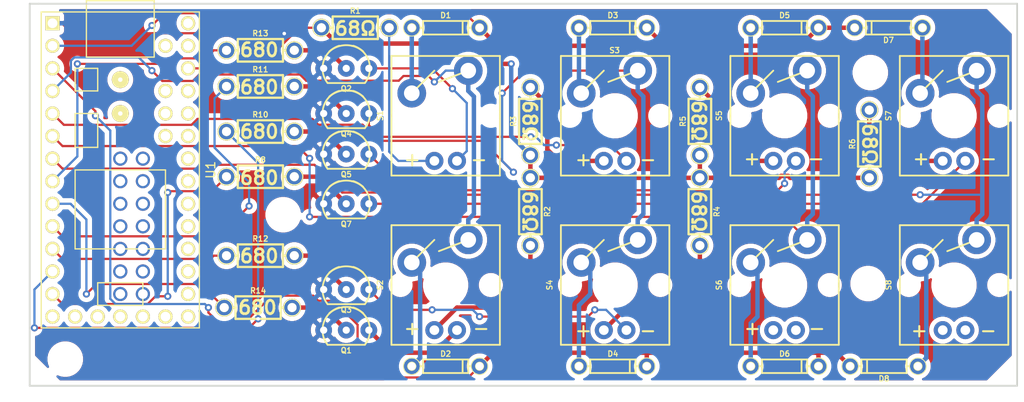
<source format=kicad_pcb>
(kicad_pcb (version 20171130) (host pcbnew "(5.0.2)-1")
  (layers (0 F.Cu signal) (31 B.Cu signal) (34 B.Paste user) (35 F.Paste user) (36 B.SilkS user) (37 F.SilkS user) (38 B.Mask user) (39 F.Mask user) (44 Edge.Cuts user))
  (net 0 "")
  (net 1 /0)
  (net 2 "Net-(D1-PadA)")
  (net 3 "Net-(D2-PadA)")
  (net 4 /1)
  (net 5 "Net-(D3-PadA)")
  (net 6 "Net-(D4-PadA)")
  (net 7 "Net-(D5-PadA)")
  (net 8 "Net-(D6-PadA)")
  (net 9 "Net-(D7-PadA)")
  (net 10 "Net-(D8-PadA)")
  (net 11 GND)
  (net 12 "Net-(Q1-Pad2)")
  (net 13 "Net-(Q1-Pad3)")
  (net 14 "Net-(Q2-Pad3)")
  (net 15 "Net-(Q2-Pad2)")
  (net 16 "Net-(Q3-Pad2)")
  (net 17 "Net-(Q3-Pad3)")
  (net 18 "Net-(Q4-Pad3)")
  (net 19 "Net-(Q4-Pad2)")
  (net 20 "Net-(Q5-Pad2)")
  (net 21 "Net-(Q5-Pad3)")
  (net 22 "Net-(Q7-Pad2)")
  (net 23 "Net-(Q7-Pad3)")
  (net 24 "Net-(R1-PadP$2)")
  (net 25 +3V3)
  (net 26 "Net-(R2-PadP$2)")
  (net 27 "Net-(R3-PadP$2)")
  (net 28 "Net-(R4-PadP$2)")
  (net 29 "Net-(R5-PadP$2)")
  (net 30 "Net-(R6-PadP$2)")
  (net 31 /11)
  (net 32 /10)
  (net 33 /8)
  (net 34 /9)
  (net 35 /6)
  (net 36 /7)
  (net 37 /2)
  (net 38 /3)
  (net 39 /4)
  (net 40 /5)
  (module MountingHole:MountingHole_3mm (layer F.Cu) (at 93.5 65.75)
    (fp_text reference REF** hide)
    (fp_text value MountingHole_3mm)
    (pad 1 np_thru_hole circle (at 0 0) (size 3 3) (drill 3) (layers *.Cu *.Mask))
  )
  (module MountingHole:MountingHole_3mm (layer F.Cu) (at 159.5 49.75)
    (fp_text reference REF** hide)
    (fp_text value MountingHole_3mm)
    (pad "" np_thru_hole circle (at 0 0) (size 3 3) (drill 3) (layers *.Cu *.Mask))
  )
  (module MountingHole:MountingHole_3mm (layer F.Cu) (at 159.25 73.5)
    (fp_text reference REF** hide)
    (fp_text value MountingHole_3mm)
    (pad 1 np_thru_hole circle (at 0 0) (size 3 3) (drill 3) (layers *.Cu *.Mask))
  )
  (module Silicon-Custom:DIODE-1N4148-KIT (layer F.Cu) (at 111.76 44.704)
    (fp_text reference D1 (at 0 -1.397) (layer F.SilkS) (effects (font (size 0.6096 0.6096) (thickness 0.127))))
    (fp_text value DIODE-1N4148 hide)
    (pad A thru_hole circle (at -3.81 0) (size 1.8796 1.8796) (drill 0.89916) (layers *.Cu *.Mask) (net 2 "Net-(D1-PadA)"))
    (pad C thru_hole circle (at 3.81 0) (size 1.8796 1.8796) (drill 0.89916) (layers *.Cu *.Mask) (net 1 /0))
  )
  (module Silicon-Custom:DIODE-1N4148-KIT (layer F.Cu) (at 111.76 82.804)
    (fp_text reference D2 (at 0 -1.397) (layer F.SilkS) (effects (font (size 0.6096 0.6096) (thickness 0.127))))
    (fp_text value DIODE-1N4148 hide)
    (pad C thru_hole circle (at 3.81 0) (size 1.8796 1.8796) (drill 0.89916) (layers *.Cu *.Mask) (net 4 /1))
    (pad A thru_hole circle (at -3.81 0) (size 1.8796 1.8796) (drill 0.89916) (layers *.Cu *.Mask) (net 3 "Net-(D2-PadA)"))
  )
  (module Silicon-Custom:DIODE-1N4148-KIT (layer F.Cu) (at 130.556 44.704)
    (fp_text reference D3 (at 0 -1.397) (layer F.SilkS) (effects (font (size 0.6096 0.6096) (thickness 0.127))))
    (fp_text value DIODE-1N4148 hide)
    (pad C thru_hole circle (at 3.81 0) (size 1.8796 1.8796) (drill 0.89916) (layers *.Cu *.Mask) (net 1 /0))
    (pad A thru_hole circle (at -3.81 0) (size 1.8796 1.8796) (drill 0.89916) (layers *.Cu *.Mask) (net 5 "Net-(D3-PadA)"))
  )
  (module Silicon-Custom:DIODE-1N4148-KIT (layer F.Cu) (at 130.556 82.804)
    (fp_text reference D4 (at 0 -1.397) (layer F.SilkS) (effects (font (size 0.6096 0.6096) (thickness 0.127))))
    (fp_text value DIODE-1N4148 hide)
    (pad A thru_hole circle (at -3.81 0) (size 1.8796 1.8796) (drill 0.89916) (layers *.Cu *.Mask) (net 6 "Net-(D4-PadA)"))
    (pad C thru_hole circle (at 3.81 0) (size 1.8796 1.8796) (drill 0.89916) (layers *.Cu *.Mask) (net 4 /1))
  )
  (module Silicon-Custom:DIODE-1N4148-KIT (layer F.Cu) (at 149.86 44.704)
    (fp_text reference D5 (at 0 -1.397) (layer F.SilkS) (effects (font (size 0.6096 0.6096) (thickness 0.127))))
    (fp_text value DIODE-1N4148 hide)
    (pad C thru_hole circle (at 3.81 0) (size 1.8796 1.8796) (drill 0.89916) (layers *.Cu *.Mask) (net 1 /0))
    (pad A thru_hole circle (at -3.81 0) (size 1.8796 1.8796) (drill 0.89916) (layers *.Cu *.Mask) (net 7 "Net-(D5-PadA)"))
  )
  (module Silicon-Custom:DIODE-1N4148-KIT (layer F.Cu) (at 149.86 82.804)
    (fp_text reference D6 (at 0 -1.397) (layer F.SilkS) (effects (font (size 0.6096 0.6096) (thickness 0.127))))
    (fp_text value DIODE-1N4148 hide)
    (pad A thru_hole circle (at -3.81 0) (size 1.8796 1.8796) (drill 0.89916) (layers *.Cu *.Mask) (net 8 "Net-(D6-PadA)"))
    (pad C thru_hole circle (at 3.81 0) (size 1.8796 1.8796) (drill 0.89916) (layers *.Cu *.Mask) (net 4 /1))
  )
  (module Silicon-Custom:DIODE-1N4148-KIT (layer F.Cu) (at 161.544 44.704 180)
    (fp_text reference D7 (at 0 -1.397 180) (layer F.SilkS) (effects (font (size 0.6096 0.6096) (thickness 0.127))))
    (fp_text value DIODE-1N4148 hide)
    (pad C thru_hole circle (at 3.81 0 180) (size 1.8796 1.8796) (drill 0.89916) (layers *.Cu *.Mask) (net 1 /0))
    (pad A thru_hole circle (at -3.81 0 180) (size 1.8796 1.8796) (drill 0.89916) (layers *.Cu *.Mask) (net 9 "Net-(D7-PadA)"))
  )
  (module Silicon-Custom:DIODE-1N4148-KIT (layer F.Cu) (at 161.036 82.804 180)
    (fp_text reference D8 (at 0 -1.397 180) (layer F.SilkS) (effects (font (size 0.6096 0.6096) (thickness 0.127))))
    (fp_text value DIODE-1N4148 hide)
    (pad A thru_hole circle (at -3.81 0 180) (size 1.8796 1.8796) (drill 0.89916) (layers *.Cu *.Mask) (net 10 "Net-(D8-PadA)"))
    (pad C thru_hole circle (at 3.81 0 180) (size 1.8796 1.8796) (drill 0.89916) (layers *.Cu *.Mask) (net 4 /1))
  )
  (module Silicon-Standard:TO-92-AMMO (layer F.Cu) (at 100.584 78.74)
    (fp_text reference Q1 (at 0 2.286 180) (layer F.SilkS) (effects (font (size 0.6096 0.6096) (thickness 0.127))))
    (fp_text value TRANS_NPN-2N3904 hide)
    (pad 3 thru_hole circle (at 2.54 0) (size 1.8796 1.8796) (drill 0.8128) (layers *.Cu *.Mask) (net 13 "Net-(Q1-Pad3)"))
    (pad 2 thru_hole circle (at 0 0) (size 1.8796 1.8796) (drill 0.8128) (layers *.Cu *.Mask) (net 12 "Net-(Q1-Pad2)"))
    (pad 1 thru_hole circle (at -2.54 0) (size 1.8796 1.8796) (drill 0.8128) (layers *.Cu *.Mask) (net 11 GND))
  )
  (module Silicon-Standard:TO-92-AMMO (layer F.Cu) (at 100.584 49.276)
    (fp_text reference Q2 (at 0 2.286 180) (layer F.SilkS) (effects (font (size 0.6096 0.6096) (thickness 0.127))))
    (fp_text value TRANS_NPN-2N3904 hide)
    (pad 1 thru_hole circle (at -2.54 0) (size 1.8796 1.8796) (drill 0.8128) (layers *.Cu *.Mask) (net 11 GND))
    (pad 2 thru_hole circle (at 0 0) (size 1.8796 1.8796) (drill 0.8128) (layers *.Cu *.Mask) (net 15 "Net-(Q2-Pad2)"))
    (pad 3 thru_hole circle (at 2.54 0) (size 1.8796 1.8796) (drill 0.8128) (layers *.Cu *.Mask) (net 14 "Net-(Q2-Pad3)"))
  )
  (module Silicon-Standard:TO-92-AMMO (layer F.Cu) (at 100.584 74.168)
    (fp_text reference Q3 (at 0 2.286 180) (layer F.SilkS) (effects (font (size 0.6096 0.6096) (thickness 0.127))))
    (fp_text value TRANS_NPN-2N3904 hide)
    (pad 3 thru_hole circle (at 2.54 0) (size 1.8796 1.8796) (drill 0.8128) (layers *.Cu *.Mask) (net 17 "Net-(Q3-Pad3)"))
    (pad 2 thru_hole circle (at 0 0) (size 1.8796 1.8796) (drill 0.8128) (layers *.Cu *.Mask) (net 16 "Net-(Q3-Pad2)"))
    (pad 1 thru_hole circle (at -2.54 0) (size 1.8796 1.8796) (drill 0.8128) (layers *.Cu *.Mask) (net 11 GND))
  )
  (module Silicon-Standard:TO-92-AMMO (layer F.Cu) (at 100.584 54.356)
    (fp_text reference Q4 (at 0 2.286 180) (layer F.SilkS) (effects (font (size 0.6096 0.6096) (thickness 0.127))))
    (fp_text value TRANS_NPN-2N3904 hide)
    (pad 1 thru_hole circle (at -2.54 0) (size 1.8796 1.8796) (drill 0.8128) (layers *.Cu *.Mask) (net 11 GND))
    (pad 2 thru_hole circle (at 0 0) (size 1.8796 1.8796) (drill 0.8128) (layers *.Cu *.Mask) (net 19 "Net-(Q4-Pad2)"))
    (pad 3 thru_hole circle (at 2.54 0) (size 1.8796 1.8796) (drill 0.8128) (layers *.Cu *.Mask) (net 18 "Net-(Q4-Pad3)"))
  )
  (module Silicon-Standard:TO-92-AMMO (layer F.Cu) (at 100.584 58.928)
    (fp_text reference Q5 (at 0 2.286 180) (layer F.SilkS) (effects (font (size 0.6096 0.6096) (thickness 0.127))))
    (fp_text value TRANS_NPN-2N3904 hide)
    (pad 3 thru_hole circle (at 2.54 0) (size 1.8796 1.8796) (drill 0.8128) (layers *.Cu *.Mask) (net 21 "Net-(Q5-Pad3)"))
    (pad 2 thru_hole circle (at 0 0) (size 1.8796 1.8796) (drill 0.8128) (layers *.Cu *.Mask) (net 20 "Net-(Q5-Pad2)"))
    (pad 1 thru_hole circle (at -2.54 0) (size 1.8796 1.8796) (drill 0.8128) (layers *.Cu *.Mask) (net 11 GND))
  )
  (module Silicon-Standard:TO-92-AMMO (layer F.Cu) (at 100.584 64.516)
    (fp_text reference Q7 (at 0 2.286 180) (layer F.SilkS) (effects (font (size 0.6096 0.6096) (thickness 0.127))))
    (fp_text value TRANS_NPN-2N3904 hide)
    (pad 1 thru_hole circle (at -2.54 0) (size 1.8796 1.8796) (drill 0.8128) (layers *.Cu *.Mask) (net 11 GND))
    (pad 2 thru_hole circle (at 0 0) (size 1.8796 1.8796) (drill 0.8128) (layers *.Cu *.Mask) (net 22 "Net-(Q7-Pad2)"))
    (pad 3 thru_hole circle (at 2.54 0) (size 1.8796 1.8796) (drill 0.8128) (layers *.Cu *.Mask) (net 23 "Net-(Q7-Pad3)"))
  )
  (module Resistors:AXIAL-0.3-KIT (layer F.Cu) (at 101.6 44.704)
    (fp_text reference R1 (at 0 -1.905) (layer F.SilkS) (effects (font (size 0.6096 0.6096) (thickness 0.127))))
    (fp_text value RESISTORAXIAL-0.3 hide)
    (pad P$2 thru_hole circle (at 3.81 0) (size 2.032 2.032) (drill 1.016) (layers *.Cu *.Mask) (net 24 "Net-(R1-PadP$2)"))
    (pad P$1 thru_hole circle (at -3.81 0) (size 2.032 2.032) (drill 1.016) (layers *.Cu *.Mask) (net 25 +3V3))
  )
  (module Resistors:AXIAL-0.3-KIT (layer F.Cu) (at 121.285 65.405 270)
    (fp_text reference R2 (at 0 -1.905 270) (layer F.SilkS) (effects (font (size 0.6096 0.6096) (thickness 0.127))))
    (fp_text value RESISTORAXIAL-0.3 hide)
    (pad P$1 thru_hole circle (at -3.81 0 270) (size 2.032 2.032) (drill 1.016) (layers *.Cu *.Mask) (net 25 +3V3))
    (pad P$2 thru_hole circle (at 3.81 0 270) (size 2.032 2.032) (drill 1.016) (layers *.Cu *.Mask) (net 26 "Net-(R2-PadP$2)"))
  )
  (module Resistors:AXIAL-0.3-KIT (layer F.Cu) (at 121.285 55.245 90)
    (fp_text reference R3 (at 0 -1.905 90) (layer F.SilkS) (effects (font (size 0.6096 0.6096) (thickness 0.127))))
    (fp_text value RESISTORAXIAL-0.3 hide)
    (pad P$2 thru_hole circle (at 3.81 0 90) (size 2.032 2.032) (drill 1.016) (layers *.Cu *.Mask) (net 27 "Net-(R3-PadP$2)"))
    (pad P$1 thru_hole circle (at -3.81 0 90) (size 2.032 2.032) (drill 1.016) (layers *.Cu *.Mask) (net 25 +3V3))
  )
  (module Resistors:AXIAL-0.3-KIT (layer F.Cu) (at 140.335 65.405 270)
    (fp_text reference R4 (at 0 -1.905 270) (layer F.SilkS) (effects (font (size 0.6096 0.6096) (thickness 0.127))))
    (fp_text value RESISTORAXIAL-0.3 hide)
    (pad P$1 thru_hole circle (at -3.81 0 270) (size 2.032 2.032) (drill 1.016) (layers *.Cu *.Mask) (net 25 +3V3))
    (pad P$2 thru_hole circle (at 3.81 0 270) (size 2.032 2.032) (drill 1.016) (layers *.Cu *.Mask) (net 28 "Net-(R4-PadP$2)"))
  )
  (module Resistors:AXIAL-0.3-KIT (layer F.Cu) (at 140.335 55.245 90)
    (fp_text reference R5 (at 0 -1.905 90) (layer F.SilkS) (effects (font (size 0.6096 0.6096) (thickness 0.127))))
    (fp_text value RESISTORAXIAL-0.3 hide)
    (pad P$2 thru_hole circle (at 3.81 0 90) (size 2.032 2.032) (drill 1.016) (layers *.Cu *.Mask) (net 29 "Net-(R5-PadP$2)"))
    (pad P$1 thru_hole circle (at -3.81 0 90) (size 2.032 2.032) (drill 1.016) (layers *.Cu *.Mask) (net 25 +3V3))
  )
  (module Resistors:AXIAL-0.3-KIT (layer F.Cu) (at 159.385 57.785 90)
    (fp_text reference R6 (at 0 -1.905 90) (layer F.SilkS) (effects (font (size 0.6096 0.6096) (thickness 0.127))))
    (fp_text value RESISTORAXIAL-0.3 hide)
    (pad P$1 thru_hole circle (at -3.81 0 90) (size 2.032 2.032) (drill 1.016) (layers *.Cu *.Mask) (net 25 +3V3))
    (pad P$2 thru_hole circle (at 3.81 0 90) (size 2.032 2.032) (drill 1.016) (layers *.Cu *.Mask) (net 30 "Net-(R6-PadP$2)"))
  )
  (module Resistors:AXIAL-0.3-KIT (layer F.Cu) (at 90.932 61.468)
    (fp_text reference R8 (at 0 -1.905) (layer F.SilkS) (effects (font (size 0.6096 0.6096) (thickness 0.127))))
    (fp_text value RESISTORAXIAL-0.3 hide)
    (pad P$1 thru_hole circle (at -3.81 0) (size 2.032 2.032) (drill 1.016) (layers *.Cu *.Mask) (net 31 /11))
    (pad P$2 thru_hole circle (at 3.81 0) (size 2.032 2.032) (drill 1.016) (layers *.Cu *.Mask) (net 22 "Net-(Q7-Pad2)"))
  )
  (module Resistors:AXIAL-0.3-KIT (layer F.Cu) (at 90.932 56.388)
    (fp_text reference R10 (at 0 -1.905) (layer F.SilkS) (effects (font (size 0.6096 0.6096) (thickness 0.127))))
    (fp_text value RESISTORAXIAL-0.3 hide)
    (pad P$2 thru_hole circle (at 3.81 0) (size 2.032 2.032) (drill 1.016) (layers *.Cu *.Mask) (net 20 "Net-(Q5-Pad2)"))
    (pad P$1 thru_hole circle (at -3.81 0) (size 2.032 2.032) (drill 1.016) (layers *.Cu *.Mask) (net 32 /10))
  )
  (module Resistors:AXIAL-0.3-KIT (layer F.Cu) (at 90.932 51.308)
    (fp_text reference R11 (at 0 -1.905) (layer F.SilkS) (effects (font (size 0.6096 0.6096) (thickness 0.127))))
    (fp_text value RESISTORAXIAL-0.3 hide)
    (pad P$1 thru_hole circle (at -3.81 0) (size 2.032 2.032) (drill 1.016) (layers *.Cu *.Mask) (net 33 /8))
    (pad P$2 thru_hole circle (at 3.81 0) (size 2.032 2.032) (drill 1.016) (layers *.Cu *.Mask) (net 19 "Net-(Q4-Pad2)"))
  )
  (module Resistors:AXIAL-0.3-KIT (layer F.Cu) (at 90.932 70.358)
    (fp_text reference R12 (at 0 -1.905) (layer F.SilkS) (effects (font (size 0.6096 0.6096) (thickness 0.127))))
    (fp_text value RESISTORAXIAL-0.3 hide)
    (pad P$2 thru_hole circle (at 3.81 0) (size 2.032 2.032) (drill 1.016) (layers *.Cu *.Mask) (net 16 "Net-(Q3-Pad2)"))
    (pad P$1 thru_hole circle (at -3.81 0) (size 2.032 2.032) (drill 1.016) (layers *.Cu *.Mask) (net 34 /9))
  )
  (module Resistors:AXIAL-0.3-KIT (layer F.Cu) (at 90.932 47.244)
    (fp_text reference R13 (at 0 -1.905) (layer F.SilkS) (effects (font (size 0.6096 0.6096) (thickness 0.127))))
    (fp_text value RESISTORAXIAL-0.3 hide)
    (pad P$1 thru_hole circle (at -3.81 0) (size 2.032 2.032) (drill 1.016) (layers *.Cu *.Mask) (net 35 /6))
    (pad P$2 thru_hole circle (at 3.81 0) (size 2.032 2.032) (drill 1.016) (layers *.Cu *.Mask) (net 15 "Net-(Q2-Pad2)"))
  )
  (module Resistors:AXIAL-0.3-KIT (layer F.Cu) (at 90.678 76.2)
    (fp_text reference R14 (at 0 -1.905) (layer F.SilkS) (effects (font (size 0.6096 0.6096) (thickness 0.127))))
    (fp_text value RESISTORAXIAL-0.3 hide)
    (pad P$2 thru_hole circle (at 3.81 0) (size 2.032 2.032) (drill 1.016) (layers *.Cu *.Mask) (net 12 "Net-(Q1-Pad2)"))
    (pad P$1 thru_hole circle (at -3.81 0) (size 2.032 2.032) (drill 1.016) (layers *.Cu *.Mask) (net 36 /7))
  )
  (module Switches:CHERRY-MX-LED (layer F.Cu) (at 111.76 54.61)
    (fp_text reference S1 (at -7.366 0 90) (layer F.SilkS) (effects (font (size 0.6096 0.6096) (thickness 0.127))))
    (fp_text value MOMENTARY-SWITCH-SPST-LED-PTH-CHERRY hide)
    (fp_text user + (at -3.76 4.89) (layer F.SilkS) (effects (font (size 1.524 1.524) (thickness 0.2286))))
    (fp_text user - (at 3.74 4.89) (layer F.SilkS) (effects (font (size 1.524 1.524) (thickness 0.2286))))
    (pad A thru_hole circle (at -1.27 5.08) (size 2.032 2.032) (drill 1.08966) (layers *.Cu *.Mask) (net 24 "Net-(R1-PadP$2)"))
    (pad K thru_hole circle (at 1.27 5.08) (size 2.032 2.032) (drill 1.08966) (layers *.Cu *.Mask) (net 14 "Net-(Q2-Pad3)"))
    (pad S1 thru_hole circle (at -3.81 -2.54) (size 3.2258 3.2258) (drill 1.7526) (layers *.Cu *.Mask) (net 2 "Net-(D1-PadA)"))
    (pad S2 thru_hole circle (at 2.54 -5.08) (size 3.2258 3.2258) (drill 1.7526) (layers *.Cu *.Mask) (net 37 /2))
    (pad "" np_thru_hole circle (at 0 0) (size 4.0894 4.0894) (drill 4.0894) (layers *.Cu *.Mask))
    (pad "" np_thru_hole circle (at -5.08 0) (size 1.70688 1.70688) (drill 1.70688) (layers *.Cu *.Mask))
    (pad "" np_thru_hole circle (at 5.08 0) (size 1.70688 1.70688) (drill 1.70688) (layers *.Cu *.Mask))
  )
  (module Switches:CHERRY-MX-LED (layer F.Cu) (at 111.76 73.66)
    (fp_text reference S2 (at -7.366 0 90) (layer F.SilkS) (effects (font (size 0.6096 0.6096) (thickness 0.127))))
    (fp_text value MOMENTARY-SWITCH-SPST-LED-PTH-CHERRY hide)
    (fp_text user + (at -3.76 4.84) (layer F.SilkS) (effects (font (size 1.524 1.524) (thickness 0.2286))))
    (fp_text user - (at 3.99 4.84) (layer F.SilkS) (effects (font (size 1.524 1.524) (thickness 0.2286))))
    (pad A thru_hole circle (at -1.27 5.08) (size 2.032 2.032) (drill 1.08966) (layers *.Cu *.Mask) (net 26 "Net-(R2-PadP$2)"))
    (pad K thru_hole circle (at 1.27 5.08) (size 2.032 2.032) (drill 1.08966) (layers *.Cu *.Mask) (net 13 "Net-(Q1-Pad3)"))
    (pad S1 thru_hole circle (at -3.81 -2.54) (size 3.2258 3.2258) (drill 1.7526) (layers *.Cu *.Mask) (net 3 "Net-(D2-PadA)"))
    (pad S2 thru_hole circle (at 2.54 -5.08) (size 3.2258 3.2258) (drill 1.7526) (layers *.Cu *.Mask) (net 37 /2))
    (pad "" np_thru_hole circle (at 0 0) (size 4.0894 4.0894) (drill 4.0894) (layers *.Cu *.Mask))
    (pad "" np_thru_hole circle (at -5.08 0) (size 1.70688 1.70688) (drill 1.70688) (layers *.Cu *.Mask))
    (pad "" np_thru_hole circle (at 5.08 0) (size 1.70688 1.70688) (drill 1.70688) (layers *.Cu *.Mask))
  )
  (module Switches:CHERRY-MX-LED (layer F.Cu) (at 130.81 54.61)
    (fp_text reference S3 (at -0.06 -7.36) (layer F.SilkS) (effects (font (size 0.6096 0.6096) (thickness 0.127))))
    (fp_text value MOMENTARY-SWITCH-SPST-LED-PTH-CHERRY hide)
    (fp_text user - (at 3.69 4.89) (layer F.SilkS) (effects (font (size 1.524 1.524) (thickness 0.2286))))
    (fp_text user + (at -3.56 4.89) (layer F.SilkS) (effects (font (size 1.524 1.524) (thickness 0.2286))))
    (pad "" np_thru_hole circle (at 5.08 0) (size 1.70688 1.70688) (drill 1.70688) (layers *.Cu *.Mask))
    (pad "" np_thru_hole circle (at -5.08 0) (size 1.70688 1.70688) (drill 1.70688) (layers *.Cu *.Mask))
    (pad "" np_thru_hole circle (at 0 0) (size 4.0894 4.0894) (drill 4.0894) (layers *.Cu *.Mask))
    (pad S2 thru_hole circle (at 2.54 -5.08) (size 3.2258 3.2258) (drill 1.7526) (layers *.Cu *.Mask) (net 38 /3))
    (pad S1 thru_hole circle (at -3.81 -2.54) (size 3.2258 3.2258) (drill 1.7526) (layers *.Cu *.Mask) (net 5 "Net-(D3-PadA)"))
    (pad K thru_hole circle (at 1.27 5.08) (size 2.032 2.032) (drill 1.08966) (layers *.Cu *.Mask) (net 18 "Net-(Q4-Pad3)"))
    (pad A thru_hole circle (at -1.27 5.08) (size 2.032 2.032) (drill 1.08966) (layers *.Cu *.Mask) (net 27 "Net-(R3-PadP$2)"))
  )
  (module Switches:CHERRY-MX-LED (layer F.Cu) (at 130.81 73.66)
    (fp_text reference S4 (at -7.366 0 90) (layer F.SilkS) (effects (font (size 0.6096 0.6096) (thickness 0.127))))
    (fp_text value MOMENTARY-SWITCH-SPST-LED-PTH-CHERRY hide)
    (fp_text user - (at 3.69 5.09) (layer F.SilkS) (effects (font (size 1.524 1.524) (thickness 0.2286))))
    (fp_text user + (at -3.56 5.09) (layer F.SilkS) (effects (font (size 1.524 1.524) (thickness 0.2286))))
    (pad "" np_thru_hole circle (at 5.08 0) (size 1.70688 1.70688) (drill 1.70688) (layers *.Cu *.Mask))
    (pad "" np_thru_hole circle (at -5.08 0) (size 1.70688 1.70688) (drill 1.70688) (layers *.Cu *.Mask))
    (pad "" np_thru_hole circle (at 0 0) (size 4.0894 4.0894) (drill 4.0894) (layers *.Cu *.Mask))
    (pad S2 thru_hole circle (at 2.54 -5.08) (size 3.2258 3.2258) (drill 1.7526) (layers *.Cu *.Mask) (net 38 /3))
    (pad S1 thru_hole circle (at -3.81 -2.54) (size 3.2258 3.2258) (drill 1.7526) (layers *.Cu *.Mask) (net 6 "Net-(D4-PadA)"))
    (pad K thru_hole circle (at 1.27 5.08) (size 2.032 2.032) (drill 1.08966) (layers *.Cu *.Mask) (net 17 "Net-(Q3-Pad3)"))
    (pad A thru_hole circle (at -1.27 5.08) (size 2.032 2.032) (drill 1.08966) (layers *.Cu *.Mask) (net 28 "Net-(R4-PadP$2)"))
  )
  (module Switches:CHERRY-MX-LED (layer F.Cu) (at 149.86 54.61)
    (fp_text reference S5 (at -7.366 0 90) (layer F.SilkS) (effects (font (size 0.6096 0.6096) (thickness 0.127))))
    (fp_text value MOMENTARY-SWITCH-SPST-LED-PTH-CHERRY hide)
    (fp_text user + (at -3.66 4.79) (layer F.SilkS) (effects (font (size 1.524 1.524) (thickness 0.2286))))
    (fp_text user - (at 3.54 4.79) (layer F.SilkS) (effects (font (size 1.524 1.524) (thickness 0.2286))))
    (pad A thru_hole circle (at -1.27 5.08) (size 2.032 2.032) (drill 1.08966) (layers *.Cu *.Mask) (net 29 "Net-(R5-PadP$2)"))
    (pad K thru_hole circle (at 1.27 5.08) (size 2.032 2.032) (drill 1.08966) (layers *.Cu *.Mask) (net 21 "Net-(Q5-Pad3)"))
    (pad S1 thru_hole circle (at -3.81 -2.54) (size 3.2258 3.2258) (drill 1.7526) (layers *.Cu *.Mask) (net 7 "Net-(D5-PadA)"))
    (pad S2 thru_hole circle (at 2.54 -5.08) (size 3.2258 3.2258) (drill 1.7526) (layers *.Cu *.Mask) (net 39 /4))
    (pad "" np_thru_hole circle (at 0 0) (size 4.0894 4.0894) (drill 4.0894) (layers *.Cu *.Mask))
    (pad "" np_thru_hole circle (at -5.08 0) (size 1.70688 1.70688) (drill 1.70688) (layers *.Cu *.Mask))
    (pad "" np_thru_hole circle (at 5.08 0) (size 1.70688 1.70688) (drill 1.70688) (layers *.Cu *.Mask))
  )
  (module Switches:CHERRY-MX-LED (layer F.Cu) (at 149.86 73.66)
    (fp_text reference S6 (at -7.366 0 90) (layer F.SilkS) (effects (font (size 0.6096 0.6096) (thickness 0.127))))
    (fp_text value MOMENTARY-SWITCH-SPST-LED-PTH-CHERRY hide)
    (fp_text user + (at -3.61 4.84) (layer F.SilkS) (effects (font (size 1.524 1.524) (thickness 0.2286))))
    (fp_text user - (at 3.64 4.84) (layer F.SilkS) (effects (font (size 1.524 1.524) (thickness 0.2286))))
    (pad A thru_hole circle (at -1.27 5.08) (size 2.032 2.032) (drill 1.08966) (layers *.Cu *.Mask))
    (pad K thru_hole circle (at 1.27 5.08) (size 2.032 2.032) (drill 1.08966) (layers *.Cu *.Mask))
    (pad S1 thru_hole circle (at -3.81 -2.54) (size 3.2258 3.2258) (drill 1.7526) (layers *.Cu *.Mask) (net 8 "Net-(D6-PadA)"))
    (pad S2 thru_hole circle (at 2.54 -5.08) (size 3.2258 3.2258) (drill 1.7526) (layers *.Cu *.Mask) (net 39 /4))
    (pad "" np_thru_hole circle (at 0 0) (size 4.0894 4.0894) (drill 4.0894) (layers *.Cu *.Mask))
    (pad "" np_thru_hole circle (at -5.08 0) (size 1.70688 1.70688) (drill 1.70688) (layers *.Cu *.Mask))
    (pad "" np_thru_hole circle (at 5.08 0) (size 1.70688 1.70688) (drill 1.70688) (layers *.Cu *.Mask))
  )
  (module Switches:CHERRY-MX-LED (layer F.Cu) (at 168.91 54.61)
    (fp_text reference S7 (at -7.366 0 90) (layer F.SilkS) (effects (font (size 0.6096 0.6096) (thickness 0.127))))
    (fp_text value MOMENTARY-SWITCH-SPST-LED-PTH-CHERRY hide)
    (fp_text user - (at 3.89 4.79) (layer F.SilkS) (effects (font (size 1.524 1.524) (thickness 0.2286))))
    (fp_text user + (at -3.71 4.79) (layer F.SilkS) (effects (font (size 1.524 1.524) (thickness 0.2286))))
    (pad "" np_thru_hole circle (at 5.08 0) (size 1.70688 1.70688) (drill 1.70688) (layers *.Cu *.Mask))
    (pad "" np_thru_hole circle (at -5.08 0) (size 1.70688 1.70688) (drill 1.70688) (layers *.Cu *.Mask))
    (pad "" np_thru_hole circle (at 0 0) (size 4.0894 4.0894) (drill 4.0894) (layers *.Cu *.Mask))
    (pad S2 thru_hole circle (at 2.54 -5.08) (size 3.2258 3.2258) (drill 1.7526) (layers *.Cu *.Mask) (net 40 /5))
    (pad S1 thru_hole circle (at -3.81 -2.54) (size 3.2258 3.2258) (drill 1.7526) (layers *.Cu *.Mask) (net 9 "Net-(D7-PadA)"))
    (pad K thru_hole circle (at 1.27 5.08) (size 2.032 2.032) (drill 1.08966) (layers *.Cu *.Mask) (net 23 "Net-(Q7-Pad3)"))
    (pad A thru_hole circle (at -1.27 5.08) (size 2.032 2.032) (drill 1.08966) (layers *.Cu *.Mask) (net 30 "Net-(R6-PadP$2)"))
  )
  (module Switches:CHERRY-MX-LED (layer F.Cu) (at 168.91 73.66)
    (fp_text reference S8 (at -7.366 0 90) (layer F.SilkS) (effects (font (size 0.6096 0.6096) (thickness 0.127))))
    (fp_text value MOMENTARY-SWITCH-SPST-LED-PTH-CHERRY hide)
    (fp_text user - (at 3.84 5.09) (layer F.SilkS) (effects (font (size 1.524 1.524) (thickness 0.2286))))
    (fp_text user + (at -3.91 5.09) (layer F.SilkS) (effects (font (size 1.524 1.524) (thickness 0.2286))))
    (pad "" np_thru_hole circle (at 5.08 0) (size 1.70688 1.70688) (drill 1.70688) (layers *.Cu *.Mask))
    (pad "" np_thru_hole circle (at -5.08 0) (size 1.70688 1.70688) (drill 1.70688) (layers *.Cu *.Mask))
    (pad "" np_thru_hole circle (at 0 0) (size 4.0894 4.0894) (drill 4.0894) (layers *.Cu *.Mask))
    (pad S2 thru_hole circle (at 2.54 -5.08) (size 3.2258 3.2258) (drill 1.7526) (layers *.Cu *.Mask) (net 40 /5))
    (pad S1 thru_hole circle (at -3.81 -2.54) (size 3.2258 3.2258) (drill 1.7526) (layers *.Cu *.Mask) (net 10 "Net-(D8-PadA)"))
    (pad K thru_hole circle (at 1.27 5.08) (size 2.032 2.032) (drill 1.08966) (layers *.Cu *.Mask))
    (pad A thru_hole circle (at -1.27 5.08) (size 2.032 2.032) (drill 1.08966) (layers *.Cu *.Mask))
  )
  (module Teensy:Teensy30_31_32_LC (layer F.Cu) (at 75.184 60.706 270)
    (fp_text reference U1 (at 0 -10.16 270) (layer F.SilkS))
    (fp_text value Teensy-LC)
    (pad 17 thru_hole circle (at 16.51 0 270) (size 1.6 1.6) (drill 1.1) (layers *.Cu *.Mask F.SilkS))
    (pad 18 thru_hole circle (at 16.51 -2.54 270) (size 1.6 1.6) (drill 1.1) (layers *.Cu *.Mask F.SilkS))
    (pad 19 thru_hole circle (at 16.51 -5.08 270) (size 1.6 1.6) (drill 1.1) (layers *.Cu *.Mask F.SilkS))
    (pad 20 thru_hole circle (at 16.51 -7.62 270) (size 1.6 1.6) (drill 1.1) (layers *.Cu *.Mask F.SilkS))
    (pad 16 thru_hole circle (at 16.51 2.54 270) (size 1.6 1.6) (drill 1.1) (layers *.Cu *.Mask F.SilkS))
    (pad 15 thru_hole circle (at 16.51 5.08 270) (size 1.6 1.6) (drill 1.1) (layers *.Cu *.Mask F.SilkS))
    (pad 14 thru_hole circle (at 16.51 7.62 270) (size 1.6 1.6) (drill 1.1) (layers *.Cu *.Mask F.SilkS))
    (pad 21 thru_hole circle (at 13.97 -7.62 270) (size 1.6 1.6) (drill 1.1) (layers *.Cu *.Mask F.SilkS))
    (pad 22 thru_hole circle (at 11.43 -7.62 270) (size 1.6 1.6) (drill 1.1) (layers *.Cu *.Mask F.SilkS))
    (pad 23 thru_hole circle (at 8.89 -7.62 270) (size 1.6 1.6) (drill 1.1) (layers *.Cu *.Mask F.SilkS))
    (pad 24 thru_hole circle (at 6.35 -7.62 270) (size 1.6 1.6) (drill 1.1) (layers *.Cu *.Mask F.SilkS))
    (pad 25 thru_hole circle (at 3.81 -7.62 270) (size 1.6 1.6) (drill 1.1) (layers *.Cu *.Mask F.SilkS))
    (pad 26 thru_hole circle (at 1.27 -7.62 270) (size 1.6 1.6) (drill 1.1) (layers *.Cu *.Mask F.SilkS))
    (pad 27 thru_hole circle (at -1.27 -7.62 270) (size 1.6 1.6) (drill 1.1) (layers *.Cu *.Mask F.SilkS))
    (pad 28 thru_hole circle (at -3.81 -7.62 270) (size 1.6 1.6) (drill 1.1) (layers *.Cu *.Mask F.SilkS))
    (pad 29 thru_hole circle (at -6.35 -7.62 270) (size 1.6 1.6) (drill 1.1) (layers *.Cu *.Mask F.SilkS))
    (pad 30 thru_hole circle (at -8.89 -7.62 270) (size 1.6 1.6) (drill 1.1) (layers *.Cu *.Mask F.SilkS))
    (pad 31 thru_hole circle (at -11.43 -7.62 270) (size 1.6 1.6) (drill 1.1) (layers *.Cu *.Mask F.SilkS) (net 25 +3V3))
    (pad 32 thru_hole circle (at -13.97 -7.62 270) (size 1.6 1.6) (drill 1.1) (layers *.Cu *.Mask F.SilkS))
    (pad 33 thru_hole circle (at -16.51 -7.62 270) (size 1.6 1.6) (drill 1.1) (layers *.Cu *.Mask F.SilkS))
    (pad 34 thru_hole circle (at -13.97 -5.08 270) (size 1.6 1.6) (drill 1.1) (layers *.Cu *.Mask F.SilkS))
    (pad 35 thru_hole circle (at -8.89 -5.08 270) (size 1.6 1.6) (drill 1.1) (layers *.Cu *.Mask F.SilkS))
    (pad 36 thru_hole circle (at -6.35 -5.08 270) (size 1.6 1.6) (drill 1.1) (layers *.Cu *.Mask F.SilkS))
    (pad 37 thru_hole circle (at -3.81 -5.08 270) (size 1.6 1.6) (drill 1.1) (layers *.Cu *.Mask F.SilkS))
    (pad 13 thru_hole circle (at 13.97 7.62 270) (size 1.6 1.6) (drill 1.1) (layers *.Cu *.Mask F.SilkS) (net 31 /11))
    (pad 12 thru_hole circle (at 11.43 7.62 270) (size 1.6 1.6) (drill 1.1) (layers *.Cu *.Mask F.SilkS) (net 32 /10))
    (pad 11 thru_hole circle (at 8.89 7.62 270) (size 1.6 1.6) (drill 1.1) (layers *.Cu *.Mask F.SilkS) (net 34 /9))
    (pad 10 thru_hole circle (at 6.35 7.62 270) (size 1.6 1.6) (drill 1.1) (layers *.Cu *.Mask F.SilkS) (net 33 /8))
    (pad 9 thru_hole circle (at 3.81 7.62 270) (size 1.6 1.6) (drill 1.1) (layers *.Cu *.Mask F.SilkS) (net 36 /7))
    (pad 8 thru_hole circle (at 1.27 7.62 270) (size 1.6 1.6) (drill 1.1) (layers *.Cu *.Mask F.SilkS) (net 35 /6))
    (pad 7 thru_hole circle (at -1.27 7.62 270) (size 1.6 1.6) (drill 1.1) (layers *.Cu *.Mask F.SilkS) (net 40 /5))
    (pad 6 thru_hole circle (at -3.81 7.62 270) (size 1.6 1.6) (drill 1.1) (layers *.Cu *.Mask F.SilkS) (net 39 /4))
    (pad 5 thru_hole circle (at -6.35 7.62 270) (size 1.6 1.6) (drill 1.1) (layers *.Cu *.Mask F.SilkS) (net 38 /3))
    (pad 4 thru_hole circle (at -8.89 7.62 270) (size 1.6 1.6) (drill 1.1) (layers *.Cu *.Mask F.SilkS) (net 37 /2))
    (pad 3 thru_hole circle (at -11.43 7.62 270) (size 1.6 1.6) (drill 1.1) (layers *.Cu *.Mask F.SilkS) (net 4 /1))
    (pad 2 thru_hole circle (at -13.97 7.62 270) (size 1.6 1.6) (drill 1.1) (layers *.Cu *.Mask F.SilkS) (net 1 /0))
    (pad 1 thru_hole rect (at -16.51 7.62 270) (size 1.6 1.6) (drill 1.1) (layers *.Cu *.Mask F.SilkS) (net 11 GND))
    (pad 38 thru_hole circle (at -1.27 0 270) (size 1.6 1.6) (drill 1.1) (layers *.Cu *.Mask))
    (pad 39 thru_hole circle (at 1.27 0 270) (size 1.6 1.6) (drill 1.1) (layers *.Cu *.Mask))
    (pad 40 thru_hole circle (at 3.81 0 270) (size 1.6 1.6) (drill 1.1) (layers *.Cu *.Mask))
    (pad 41 thru_hole circle (at 6.35 0 270) (size 1.6 1.6) (drill 1.1) (layers *.Cu *.Mask))
    (pad 42 thru_hole circle (at 8.89 0 270) (size 1.6 1.6) (drill 1.1) (layers *.Cu *.Mask))
    (pad 43 thru_hole circle (at 11.43 0 270) (size 1.6 1.6) (drill 1.1) (layers *.Cu *.Mask))
    (pad 44 thru_hole circle (at 13.97 0 270) (size 1.6 1.6) (drill 1.1) (layers *.Cu *.Mask))
    (pad 45 thru_hole circle (at 13.97 -2.54 270) (size 1.6 1.6) (drill 1.1) (layers *.Cu *.Mask))
    (pad 46 thru_hole circle (at 11.43 -2.54 270) (size 1.6 1.6) (drill 1.1) (layers *.Cu *.Mask))
    (pad 47 thru_hole circle (at 8.89 -2.54 270) (size 1.6 1.6) (drill 1.1) (layers *.Cu *.Mask))
    (pad 48 thru_hole circle (at 6.35 -2.54 270) (size 1.6 1.6) (drill 1.1) (layers *.Cu *.Mask))
    (pad 49 thru_hole circle (at 3.81 -2.54 270) (size 1.6 1.6) (drill 1.1) (layers *.Cu *.Mask))
    (pad 50 thru_hole circle (at 1.27 -2.54 270) (size 1.6 1.6) (drill 1.1) (layers *.Cu *.Mask))
    (pad 51 thru_hole circle (at -1.27 -2.54 270) (size 1.6 1.6) (drill 1.1) (layers *.Cu *.Mask))
    (pad 52 thru_hole circle (at -6.35 0 270) (size 1.9 1.9) (drill 0.5) (layers *.Cu *.Mask F.SilkS))
    (pad 52 thru_hole circle (at -10.16 0 270) (size 1.9 1.9) (drill 0.5) (layers *.Cu *.Mask F.SilkS))
  )
  (module MountingHole:MountingHole_3mm (layer F.Cu) (at 69 82)
    (fp_text reference REF** hide)
    (fp_text value MountingHole_3mm)
    (pad 1 np_thru_hole circle (at 0 0) (size 3 3) (drill 3) (layers *.Cu *.Mask))
  )
  (gr_line (start 65 42) (end 66 42) (layer Edge.Cuts) (width 0.2))
  (gr_line (start 65 85) (end 65 42) (layer Edge.Cuts) (width 0.2))
  (gr_line (start 176 85) (end 65 85) (layer Edge.Cuts) (width 0.2))
  (gr_line (start 176 42) (end 176 85) (layer Edge.Cuts) (width 0.2))
  (gr_line (start 66 42) (end 176 42) (layer Edge.Cuts) (width 0.2))
  (gr_text 68Ω (at 101.6 44.8) (layer F.SilkS) (effects (font (size 1.5 1.5) (thickness 0.3))))
  (gr_text 680 (at 90.8 47.2) (layer F.SilkS) (effects (font (size 1.5 1.5) (thickness 0.3))))
  (gr_text 680 (at 90.8 51.4) (layer F.SilkS) (effects (font (size 1.5 1.5) (thickness 0.3))))
  (gr_text 680 (at 90.8 56.4) (layer F.SilkS) (effects (font (size 1.5 1.5) (thickness 0.3))))
  (gr_text 680 (at 90.8 61.6) (layer F.SilkS) (effects (font (size 1.5 1.5) (thickness 0.3))))
  (gr_text 680 (at 90.8 70.4) (layer F.SilkS) (effects (font (size 1.5 1.5) (thickness 0.3))))
  (gr_text 680 (at 90.6 76.2) (layer F.SilkS) (effects (font (size 1.5 1.5) (thickness 0.3))))
  (gr_text 68Ω (at 159.4 57.8 270) (layer F.SilkS) (effects (font (size 1.5 1.5) (thickness 0.3))))
  (gr_text 68Ω (at 140.2 65.4 270) (layer F.SilkS) (effects (font (size 1.5 1.5) (thickness 0.3))))
  (gr_text 68Ω (at 140.2 55.2 270) (layer F.SilkS) (effects (font (size 1.5 1.5) (thickness 0.3))))
  (gr_text 68Ω (at 121.2 55.2 270) (layer F.SilkS) (effects (font (size 1.5 1.5) (thickness 0.3))))
  (gr_text 68Ω (at 121.2 65.4 270) (layer F.SilkS) (effects (font (size 1.5 1.5) (thickness 0.3))))
  (segment (start 157.734 44.704) (end 153.67 44.704) (width 0.5) (layer F.Cu) (net 1))
  (segment (start 153.67 44.704) (end 151.638 46.736) (width 0.5) (layer F.Cu) (net 1))
  (segment (start 136.398 46.736) (end 134.366 44.704) (width 0.5) (layer F.Cu) (net 1))
  (segment (start 151.638 46.736) (end 136.398 46.736) (width 0.5) (layer F.Cu) (net 1))
  (segment (start 117.602 46.736) (end 115.57 44.704) (width 0.5) (layer F.Cu) (net 1))
  (segment (start 136.398 46.736) (end 117.602 46.736) (width 0.5) (layer F.Cu) (net 1))
  (segment (start 67.564 46.736) (end 76.454 46.736) (width 0.25) (layer B.Cu) (net 1))
  (via (at 78.74 44.45) (size 0.8) (drill 0.4) (layers F.Cu B.Cu) (net 1))
  (segment (start 76.454 46.736) (end 78.74 44.45) (width 0.25) (layer B.Cu) (net 1))
  (segment (start 114.630201 43.764201) (end 115.57 44.704) (width 0.25) (layer F.Cu) (net 1))
  (segment (start 113.936999 43.070999) (end 114.630201 43.764201) (width 0.25) (layer F.Cu) (net 1))
  (segment (start 80.119001 43.070999) (end 113.936999 43.070999) (width 0.25) (layer F.Cu) (net 1))
  (segment (start 78.74 44.45) (end 80.119001 43.070999) (width 0.25) (layer F.Cu) (net 1))
  (segment (start 107.95 46.033077) (end 107.95 52.07) (width 0.5) (layer B.Cu) (net 2))
  (segment (start 107.95 44.704) (end 107.95 46.033077) (width 0.5) (layer B.Cu) (net 2))
  (segment (start 108.889799 81.864201) (end 107.95 82.804) (width 0.5) (layer B.Cu) (net 3))
  (segment (start 108.889799 72.059799) (end 108.889799 81.864201) (width 0.5) (layer B.Cu) (net 3))
  (segment (start 107.95 71.12) (end 108.889799 72.059799) (width 0.5) (layer B.Cu) (net 3))
  (segment (start 115.57 82.804) (end 117.094 81.28) (width 0.5) (layer F.Cu) (net 4))
  (segment (start 155.702 81.28) (end 157.226 82.804) (width 0.5) (layer F.Cu) (net 4))
  (segment (start 153.475077 81.28) (end 153.416 81.28) (width 0.5) (layer F.Cu) (net 4))
  (segment (start 153.67 81.474923) (end 153.475077 81.28) (width 0.5) (layer F.Cu) (net 4))
  (segment (start 153.67 82.804) (end 153.67 81.474923) (width 0.5) (layer F.Cu) (net 4))
  (segment (start 153.416 81.28) (end 155.702 81.28) (width 0.5) (layer F.Cu) (net 4))
  (segment (start 134.560923 81.28) (end 134.62 81.28) (width 0.5) (layer F.Cu) (net 4))
  (segment (start 134.366 81.474923) (end 134.560923 81.28) (width 0.5) (layer F.Cu) (net 4))
  (segment (start 134.366 82.804) (end 134.366 81.474923) (width 0.5) (layer F.Cu) (net 4))
  (segment (start 117.094 81.28) (end 134.62 81.28) (width 0.5) (layer F.Cu) (net 4))
  (segment (start 134.62 81.28) (end 153.416 81.28) (width 0.5) (layer F.Cu) (net 4))
  (via (at 72.39 54.61) (size 0.8) (drill 0.4) (layers F.Cu B.Cu) (net 4))
  (segment (start 67.564 49.276) (end 72.39 54.102) (width 0.25) (layer F.Cu) (net 4))
  (segment (start 72.39 54.102) (end 72.39 54.61) (width 0.25) (layer F.Cu) (net 4))
  (via (at 85.09 76.2) (size 0.8) (drill 0.4) (layers F.Cu B.Cu) (net 4))
  (segment (start 84.691001 75.801001) (end 85.09 76.2) (width 0.25) (layer B.Cu) (net 4))
  (segment (start 74.643999 75.801001) (end 84.691001 75.801001) (width 0.25) (layer B.Cu) (net 4))
  (segment (start 74.058999 75.216001) (end 74.643999 75.801001) (width 0.25) (layer B.Cu) (net 4))
  (segment (start 72.39 54.61) (end 74.058999 56.278999) (width 0.25) (layer B.Cu) (net 4))
  (segment (start 74.058999 56.278999) (end 74.058999 75.216001) (width 0.25) (layer B.Cu) (net 4))
  (segment (start 101.859199 78.132895) (end 101.859199 80.269199) (width 0.25) (layer F.Cu) (net 4))
  (segment (start 97.436895 75.432801) (end 99.159105 75.432801) (width 0.25) (layer F.Cu) (net 4))
  (segment (start 85.09 76.765685) (end 86.360305 78.03599) (width 0.25) (layer F.Cu) (net 4))
  (segment (start 85.09 76.2) (end 85.09 76.765685) (width 0.25) (layer F.Cu) (net 4))
  (segment (start 86.360305 78.03599) (end 89.039008 78.03599) (width 0.25) (layer F.Cu) (net 4))
  (segment (start 99.159105 75.432801) (end 101.859199 78.132895) (width 0.25) (layer F.Cu) (net 4))
  (segment (start 89.039008 78.03599) (end 92.215999 74.858999) (width 0.25) (layer F.Cu) (net 4))
  (segment (start 92.215999 74.858999) (end 96.863093 74.858999) (width 0.25) (layer F.Cu) (net 4))
  (segment (start 96.863093 74.858999) (end 97.436895 75.432801) (width 0.25) (layer F.Cu) (net 4))
  (segment (start 114.630201 83.743799) (end 115.57 82.804) (width 0.25) (layer F.Cu) (net 4))
  (segment (start 114.305199 84.068801) (end 114.630201 83.743799) (width 0.25) (layer F.Cu) (net 4))
  (segment (start 105.658801 84.068801) (end 114.305199 84.068801) (width 0.25) (layer F.Cu) (net 4))
  (segment (start 101.859199 80.269199) (end 105.658801 84.068801) (width 0.25) (layer F.Cu) (net 4))
  (segment (start 126.746 51.816) (end 127 52.07) (width 0.5) (layer B.Cu) (net 5))
  (segment (start 126.746 44.704) (end 126.746 51.816) (width 0.5) (layer B.Cu) (net 5))
  (segment (start 126.746 75.946) (end 126.746 82.804) (width 0.5) (layer B.Cu) (net 6))
  (segment (start 128.016 74.676) (end 126.746 75.946) (width 0.5) (layer B.Cu) (net 6))
  (segment (start 127 71.12) (end 128.016 72.136) (width 0.5) (layer B.Cu) (net 6))
  (segment (start 128.016 72.136) (end 128.016 74.676) (width 0.5) (layer B.Cu) (net 6))
  (segment (start 146.05 46.033077) (end 146.05 52.07) (width 0.5) (layer B.Cu) (net 7))
  (segment (start 146.05 44.704) (end 146.05 46.033077) (width 0.5) (layer B.Cu) (net 7))
  (segment (start 146.05 71.12) (end 146.812 71.882) (width 0.5) (layer B.Cu) (net 8))
  (segment (start 146.812 71.882) (end 146.812 77.216) (width 0.5) (layer B.Cu) (net 8))
  (segment (start 146.05 77.978) (end 146.05 82.804) (width 0.5) (layer B.Cu) (net 8))
  (segment (start 146.812 77.216) (end 146.05 77.978) (width 0.5) (layer B.Cu) (net 8))
  (segment (start 165.354 51.816) (end 165.1 52.07) (width 0.5) (layer B.Cu) (net 9))
  (segment (start 165.354 44.704) (end 165.354 51.816) (width 0.5) (layer B.Cu) (net 9))
  (segment (start 165.785799 81.864201) (end 164.846 82.804) (width 0.5) (layer B.Cu) (net 10))
  (segment (start 165.785799 71.805799) (end 165.785799 81.864201) (width 0.5) (layer B.Cu) (net 10))
  (segment (start 165.1 71.12) (end 165.785799 71.805799) (width 0.5) (layer B.Cu) (net 10))
  (segment (start 98.044 49.276) (end 98.044 78.74) (width 0.5) (layer B.Cu) (net 11))
  (via (at 93.618006 45.358006) (size 0.8) (drill 0.4) (layers F.Cu B.Cu) (net 11))
  (segment (start 93.581001 45.321001) (end 93.618006 45.358006) (width 0.25) (layer F.Cu) (net 11))
  (segment (start 69.739001 45.321001) (end 93.581001 45.321001) (width 0.25) (layer F.Cu) (net 11))
  (segment (start 67.564 44.196) (end 68.614 44.196) (width 0.25) (layer F.Cu) (net 11))
  (segment (start 68.614 44.196) (end 69.739001 45.321001) (width 0.25) (layer F.Cu) (net 11))
  (segment (start 98.044 47.946923) (end 98.044 49.276) (width 0.25) (layer B.Cu) (net 11))
  (segment (start 95.455083 45.358006) (end 98.044 47.946923) (width 0.25) (layer B.Cu) (net 11))
  (segment (start 93.618006 45.358006) (end 95.455083 45.358006) (width 0.25) (layer B.Cu) (net 11))
  (segment (start 98.044 76.2) (end 100.584 78.74) (width 0.5) (layer F.Cu) (net 12))
  (segment (start 94.488 76.2) (end 98.044 76.2) (width 0.5) (layer F.Cu) (net 12))
  (segment (start 112.014001 79.755999) (end 113.03 78.74) (width 0.5) (layer F.Cu) (net 13))
  (segment (start 110.49 81.28) (end 112.014001 79.755999) (width 0.5) (layer F.Cu) (net 13))
  (segment (start 105.664 81.28) (end 110.49 81.28) (width 0.5) (layer F.Cu) (net 13))
  (segment (start 103.124 78.74) (end 105.664 81.28) (width 0.5) (layer F.Cu) (net 13))
  (via (at 112.522 51.562) (size 0.8) (drill 0.4) (layers F.Cu B.Cu) (net 14))
  (segment (start 103.124 49.276) (end 110.236 49.276) (width 0.25) (layer F.Cu) (net 14))
  (segment (start 110.236 49.276) (end 112.522 51.562) (width 0.25) (layer F.Cu) (net 14))
  (segment (start 114.045999 58.674001) (end 113.03 59.69) (width 0.25) (layer B.Cu) (net 14))
  (segment (start 114.129701 58.590299) (end 114.045999 58.674001) (width 0.25) (layer B.Cu) (net 14))
  (segment (start 114.129701 53.169701) (end 114.129701 58.590299) (width 0.25) (layer B.Cu) (net 14))
  (segment (start 112.522 51.562) (end 114.129701 53.169701) (width 0.25) (layer B.Cu) (net 14))
  (segment (start 98.552 47.244) (end 100.584 49.276) (width 0.5) (layer F.Cu) (net 15))
  (segment (start 94.742 47.244) (end 98.552 47.244) (width 0.5) (layer F.Cu) (net 15))
  (segment (start 96.774 70.358) (end 100.584 74.168) (width 0.5) (layer F.Cu) (net 16))
  (segment (start 94.742 70.358) (end 96.774 70.358) (width 0.5) (layer F.Cu) (net 16))
  (via (at 110.236 76.454) (size 0.8) (drill 0.4) (layers F.Cu B.Cu) (net 17))
  (segment (start 107.787559 76.454) (end 110.236 76.454) (width 0.25) (layer F.Cu) (net 17))
  (segment (start 103.124 74.168) (end 105.41 76.454) (width 0.25) (layer F.Cu) (net 17))
  (segment (start 105.41 76.454) (end 107.787559 76.454) (width 0.25) (layer F.Cu) (net 17))
  (via (at 115.57 77.216) (size 0.8) (drill 0.4) (layers F.Cu B.Cu) (net 17))
  (segment (start 110.236 76.454) (end 114.808 76.454) (width 0.25) (layer B.Cu) (net 17))
  (segment (start 114.808 76.454) (end 115.57 77.216) (width 0.25) (layer B.Cu) (net 17))
  (via (at 128.524 76.454) (size 0.8) (drill 0.4) (layers F.Cu B.Cu) (net 17))
  (segment (start 115.57 77.216) (end 127.762 77.216) (width 0.25) (layer F.Cu) (net 17))
  (segment (start 127.762 77.216) (end 128.524 76.454) (width 0.25) (layer F.Cu) (net 17))
  (segment (start 129.794 76.454) (end 132.08 78.74) (width 0.25) (layer B.Cu) (net 17))
  (segment (start 128.524 76.454) (end 129.794 76.454) (width 0.25) (layer B.Cu) (net 17))
  (segment (start 104.418624 56.979701) (end 121.328299 56.979701) (width 0.25) (layer F.Cu) (net 18))
  (segment (start 103.124 54.356) (end 103.124 55.685077) (width 0.25) (layer F.Cu) (net 18))
  (segment (start 103.124 55.685077) (end 104.418624 56.979701) (width 0.25) (layer F.Cu) (net 18))
  (via (at 121.328299 56.979701) (size 0.8) (drill 0.4) (layers F.Cu B.Cu) (net 18))
  (segment (start 121.893984 56.979701) (end 122.826283 57.912) (width 0.25) (layer B.Cu) (net 18))
  (segment (start 121.328299 56.979701) (end 121.893984 56.979701) (width 0.25) (layer B.Cu) (net 18))
  (via (at 124.206 57.912) (size 0.8) (drill 0.4) (layers F.Cu B.Cu) (net 18))
  (segment (start 122.826283 57.912) (end 124.206 57.912) (width 0.25) (layer B.Cu) (net 18))
  (segment (start 130.302 57.912) (end 132.08 59.69) (width 0.25) (layer F.Cu) (net 18))
  (segment (start 124.206 57.912) (end 130.302 57.912) (width 0.25) (layer F.Cu) (net 18))
  (segment (start 97.536 51.308) (end 100.584 54.356) (width 0.5) (layer F.Cu) (net 19))
  (segment (start 94.742 51.308) (end 97.536 51.308) (width 0.5) (layer F.Cu) (net 19))
  (segment (start 98.044 56.388) (end 100.584 58.928) (width 0.5) (layer F.Cu) (net 20))
  (segment (start 94.742 56.388) (end 98.044 56.388) (width 0.5) (layer F.Cu) (net 20))
  (via (at 149.86 62.23) (size 0.8) (drill 0.4) (layers F.Cu B.Cu) (net 21))
  (segment (start 149.098 62.992) (end 149.460001 62.629999) (width 0.25) (layer F.Cu) (net 21))
  (segment (start 107.188 62.992) (end 149.098 62.992) (width 0.25) (layer F.Cu) (net 21))
  (segment (start 103.124 58.928) (end 107.188 62.992) (width 0.25) (layer F.Cu) (net 21))
  (segment (start 149.460001 62.629999) (end 149.86 62.23) (width 0.25) (layer F.Cu) (net 21))
  (segment (start 151.13 59.69) (end 149.86 60.96) (width 0.25) (layer B.Cu) (net 21))
  (segment (start 149.86 60.96) (end 149.86 61.664315) (width 0.25) (layer B.Cu) (net 21))
  (segment (start 149.86 61.664315) (end 149.86 62.23) (width 0.25) (layer B.Cu) (net 21))
  (segment (start 97.536 61.468) (end 100.584 64.516) (width 0.5) (layer F.Cu) (net 22))
  (segment (start 94.742 61.468) (end 97.536 61.468) (width 0.5) (layer F.Cu) (net 22))
  (segment (start 165.354 64.516) (end 170.18 59.69) (width 0.25) (layer F.Cu) (net 23))
  (segment (start 103.124 64.516) (end 165.354 64.516) (width 0.25) (layer F.Cu) (net 23))
  (segment (start 105.41 44.704) (end 105.41 58.66) (width 0.25) (layer B.Cu) (net 24))
  (segment (start 106.44 59.69) (end 110.49 59.69) (width 0.25) (layer B.Cu) (net 24))
  (segment (start 105.41 58.66) (end 106.44 59.69) (width 0.25) (layer B.Cu) (net 24))
  (segment (start 140.335 59.055) (end 140.335 61.595) (width 0.5) (layer F.Cu) (net 25))
  (segment (start 121.285 61.595) (end 140.335 61.595) (width 0.5) (layer F.Cu) (net 25))
  (segment (start 121.285 59.055) (end 121.285 61.595) (width 0.5) (layer F.Cu) (net 25))
  (via (at 119.126 48.768) (size 0.8) (drill 0.4) (layers F.Cu B.Cu) (net 25))
  (segment (start 121.285 59.055) (end 119.126 56.896) (width 0.5) (layer B.Cu) (net 25))
  (segment (start 119.126 56.896) (end 119.126 48.768) (width 0.5) (layer B.Cu) (net 25))
  (segment (start 119.126 48.768) (end 117.348 48.768) (width 0.5) (layer F.Cu) (net 25))
  (segment (start 117.348 48.768) (end 115.062 46.482) (width 0.5) (layer F.Cu) (net 25))
  (segment (start 99.568 46.482) (end 97.79 44.704) (width 0.5) (layer F.Cu) (net 25))
  (segment (start 115.062 46.482) (end 99.568 46.482) (width 0.5) (layer F.Cu) (net 25))
  (segment (start 149.451998 61.379998) (end 149.236996 61.595) (width 0.5) (layer F.Cu) (net 25))
  (segment (start 150.483004 61.595) (end 150.268002 61.379998) (width 0.5) (layer F.Cu) (net 25))
  (segment (start 159.385 61.595) (end 150.483004 61.595) (width 0.5) (layer F.Cu) (net 25))
  (segment (start 150.268002 61.379998) (end 149.451998 61.379998) (width 0.5) (layer F.Cu) (net 25))
  (segment (start 141.77184 61.595) (end 140.335 61.595) (width 0.5) (layer F.Cu) (net 25))
  (segment (start 149.236996 61.595) (end 141.77184 61.595) (width 0.5) (layer F.Cu) (net 25))
  (segment (start 96.35316 44.704) (end 97.79 44.704) (width 0.25) (layer F.Cu) (net 25))
  (segment (start 95.297318 44.704) (end 96.35316 44.704) (width 0.25) (layer F.Cu) (net 25))
  (segment (start 90.725318 49.276) (end 95.297318 44.704) (width 0.25) (layer F.Cu) (net 25))
  (segment (start 82.804 49.276) (end 90.725318 49.276) (width 0.25) (layer F.Cu) (net 25))
  (segment (start 113.03 76.2) (end 119.38 76.2) (width 0.5) (layer F.Cu) (net 26))
  (segment (start 110.49 78.74) (end 113.03 76.2) (width 0.5) (layer F.Cu) (net 26))
  (segment (start 121.285 74.295) (end 121.285 69.215) (width 0.5) (layer F.Cu) (net 26))
  (segment (start 119.38 76.2) (end 121.285 74.295) (width 0.5) (layer F.Cu) (net 26))
  (segment (start 121.285 51.435) (end 123.19 53.34) (width 0.5) (layer F.Cu) (net 27))
  (segment (start 123.19 53.34) (end 123.19 58.42) (width 0.5) (layer F.Cu) (net 27))
  (segment (start 123.19 58.42) (end 124.46 59.69) (width 0.5) (layer F.Cu) (net 27))
  (segment (start 124.46 59.69) (end 129.54 59.69) (width 0.5) (layer F.Cu) (net 27))
  (segment (start 131.445 76.835) (end 137.16 76.835) (width 0.5) (layer F.Cu) (net 28))
  (segment (start 129.54 78.74) (end 131.445 76.835) (width 0.5) (layer F.Cu) (net 28))
  (segment (start 140.335 73.66) (end 140.335 69.215) (width 0.5) (layer F.Cu) (net 28))
  (segment (start 137.16 76.835) (end 140.335 73.66) (width 0.5) (layer F.Cu) (net 28))
  (segment (start 140.335 51.435) (end 142.24 53.34) (width 0.5) (layer F.Cu) (net 29))
  (segment (start 142.24 53.34) (end 142.24 57.15) (width 0.5) (layer F.Cu) (net 29))
  (segment (start 142.24 57.15) (end 144.78 59.69) (width 0.5) (layer F.Cu) (net 29))
  (segment (start 144.78 59.69) (end 148.59 59.69) (width 0.5) (layer F.Cu) (net 29))
  (segment (start 159.385 53.975) (end 159.385 56.515) (width 0.5) (layer F.Cu) (net 30))
  (segment (start 159.385 56.515) (end 162.56 59.69) (width 0.5) (layer F.Cu) (net 30))
  (segment (start 162.56 59.69) (end 167.64 59.69) (width 0.5) (layer F.Cu) (net 30))
  (via (at 80.518 63.246) (size 0.8) (drill 0.4) (layers F.Cu B.Cu) (net 31))
  (segment (start 80.662999 63.101001) (end 80.518 63.246) (width 0.25) (layer F.Cu) (net 31))
  (segment (start 87.122 61.468) (end 85.488999 63.101001) (width 0.25) (layer F.Cu) (net 31))
  (segment (start 85.488999 63.101001) (end 80.662999 63.101001) (width 0.25) (layer F.Cu) (net 31))
  (via (at 80.518 74.93) (size 0.8) (drill 0.4) (layers F.Cu B.Cu) (net 31))
  (segment (start 80.518 63.246) (end 80.518 74.93) (width 0.25) (layer B.Cu) (net 31))
  (segment (start 68.363999 75.475999) (end 67.564 74.676) (width 0.25) (layer F.Cu) (net 31))
  (segment (start 68.689001 75.801001) (end 68.363999 75.475999) (width 0.25) (layer F.Cu) (net 31))
  (segment (start 78.264001 75.801001) (end 68.689001 75.801001) (width 0.25) (layer F.Cu) (net 31))
  (segment (start 79.135002 74.93) (end 78.264001 75.801001) (width 0.25) (layer F.Cu) (net 31))
  (segment (start 80.518 74.93) (end 79.135002 74.93) (width 0.25) (layer F.Cu) (net 31))
  (via (at 90.678 77.47) (size 0.8) (drill 0.4) (layers F.Cu B.Cu) (net 32))
  (segment (start 87.122 56.388) (end 90.678 59.944) (width 0.25) (layer B.Cu) (net 32))
  (segment (start 90.678 59.944) (end 90.678 77.47) (width 0.25) (layer B.Cu) (net 32))
  (via (at 65.532 78.486) (size 0.8) (drill 0.4) (layers F.Cu B.Cu) (net 32))
  (segment (start 90.678 77.47) (end 89.662 78.486) (width 0.25) (layer F.Cu) (net 32))
  (segment (start 89.662 78.486) (end 65.532 78.486) (width 0.25) (layer F.Cu) (net 32))
  (segment (start 65.532 74.168) (end 67.564 72.136) (width 0.25) (layer B.Cu) (net 32))
  (segment (start 65.532 78.486) (end 65.532 74.168) (width 0.25) (layer B.Cu) (net 32))
  (via (at 89.662 64.77) (size 0.8) (drill 0.4) (layers F.Cu B.Cu) (net 33))
  (segment (start 86.250999 68.181001) (end 89.662 64.77) (width 0.25) (layer F.Cu) (net 33))
  (segment (start 67.564 67.056) (end 68.689001 68.181001) (width 0.25) (layer F.Cu) (net 33))
  (segment (start 68.689001 68.181001) (end 86.250999 68.181001) (width 0.25) (layer F.Cu) (net 33))
  (segment (start 86.106001 52.323999) (end 87.122 51.308) (width 0.25) (layer B.Cu) (net 33))
  (segment (start 85.780999 52.649001) (end 86.106001 52.323999) (width 0.25) (layer B.Cu) (net 33))
  (segment (start 85.780999 58.207997) (end 85.780999 52.649001) (width 0.25) (layer B.Cu) (net 33))
  (segment (start 89.662 62.088998) (end 85.780999 58.207997) (width 0.25) (layer B.Cu) (net 33))
  (segment (start 89.662 64.77) (end 89.662 62.088998) (width 0.25) (layer B.Cu) (net 33))
  (segment (start 85.68516 70.358) (end 87.122 70.358) (width 0.25) (layer F.Cu) (net 34))
  (segment (start 85.322159 70.721001) (end 85.68516 70.358) (width 0.25) (layer F.Cu) (net 34))
  (segment (start 68.689001 70.721001) (end 85.322159 70.721001) (width 0.25) (layer F.Cu) (net 34))
  (segment (start 67.564 69.596) (end 68.689001 70.721001) (width 0.25) (layer F.Cu) (net 34))
  (via (at 70.358 48.768) (size 0.8) (drill 0.4) (layers F.Cu B.Cu) (net 35))
  (segment (start 67.564 61.976) (end 70.358 59.182) (width 0.25) (layer B.Cu) (net 35))
  (segment (start 70.358 59.182) (end 70.358 48.768) (width 0.25) (layer B.Cu) (net 35))
  (segment (start 85.68516 47.244) (end 87.122 47.244) (width 0.25) (layer F.Cu) (net 35))
  (segment (start 84.778161 48.150999) (end 85.68516 47.244) (width 0.25) (layer F.Cu) (net 35))
  (segment (start 80.514003 48.150999) (end 84.778161 48.150999) (width 0.25) (layer F.Cu) (net 35))
  (segment (start 79.897002 48.768) (end 80.514003 48.150999) (width 0.25) (layer F.Cu) (net 35))
  (segment (start 70.358 48.768) (end 79.897002 48.768) (width 0.25) (layer F.Cu) (net 35))
  (via (at 71.374 74.676) (size 0.8) (drill 0.4) (layers F.Cu B.Cu) (net 36))
  (segment (start 72.499001 73.550999) (end 71.374 74.676) (width 0.25) (layer F.Cu) (net 36))
  (segment (start 86.868 76.2) (end 84.218999 73.550999) (width 0.25) (layer F.Cu) (net 36))
  (segment (start 84.218999 73.550999) (end 72.499001 73.550999) (width 0.25) (layer F.Cu) (net 36))
  (segment (start 71.374 74.676) (end 71.374 66.294) (width 0.25) (layer B.Cu) (net 36))
  (segment (start 69.596 64.516) (end 67.564 64.516) (width 0.25) (layer B.Cu) (net 36))
  (segment (start 71.374 66.294) (end 69.596 64.516) (width 0.25) (layer B.Cu) (net 36))
  (segment (start 114.3 51.810985) (end 114.935 52.445985) (width 0.5) (layer B.Cu) (net 37))
  (segment (start 114.3 49.53) (end 114.3 51.810985) (width 0.5) (layer B.Cu) (net 37))
  (segment (start 114.3 66.299015) (end 114.3 68.58) (width 0.5) (layer B.Cu) (net 37))
  (segment (start 114.935 65.664015) (end 114.3 66.299015) (width 0.5) (layer B.Cu) (net 37))
  (segment (start 114.935 52.445985) (end 114.935 65.664015) (width 0.5) (layer B.Cu) (net 37))
  (via (at 78.74 49.53) (size 0.8) (drill 0.4) (layers F.Cu B.Cu) (net 37))
  (segment (start 77.252999 48.042999) (end 78.74 49.53) (width 0.25) (layer B.Cu) (net 37))
  (segment (start 70.009999 48.042999) (end 77.252999 48.042999) (width 0.25) (layer B.Cu) (net 37))
  (segment (start 69.632999 48.419999) (end 70.009999 48.042999) (width 0.25) (layer B.Cu) (net 37))
  (segment (start 67.564 51.816) (end 69.632999 49.747001) (width 0.25) (layer B.Cu) (net 37))
  (segment (start 69.632999 49.747001) (end 69.632999 48.419999) (width 0.25) (layer B.Cu) (net 37))
  (via (at 110.49 50.8) (size 0.8) (drill 0.4) (layers F.Cu B.Cu) (net 37))
  (segment (start 109.822099 50.132099) (end 110.49 50.8) (width 0.25) (layer F.Cu) (net 37))
  (segment (start 106.487587 50.664319) (end 107.019807 50.132099) (width 0.25) (layer F.Cu) (net 37))
  (segment (start 107.019807 50.132099) (end 109.822099 50.132099) (width 0.25) (layer F.Cu) (net 37))
  (segment (start 79.900999 50.690999) (end 83.344001 50.690999) (width 0.25) (layer F.Cu) (net 37))
  (segment (start 84.068001 49.966999) (end 95.385681 49.966999) (width 0.25) (layer F.Cu) (net 37))
  (segment (start 78.74 49.53) (end 79.900999 50.690999) (width 0.25) (layer F.Cu) (net 37))
  (segment (start 95.385681 49.966999) (end 96.083001 50.664319) (width 0.25) (layer F.Cu) (net 37))
  (segment (start 83.344001 50.690999) (end 84.068001 49.966999) (width 0.25) (layer F.Cu) (net 37))
  (segment (start 96.083001 50.664319) (end 106.487587 50.664319) (width 0.25) (layer F.Cu) (net 37))
  (segment (start 111.76 49.53) (end 114.3 49.53) (width 0.25) (layer B.Cu) (net 37))
  (segment (start 110.49 50.8) (end 111.76 49.53) (width 0.25) (layer B.Cu) (net 37))
  (segment (start 133.35 51.810985) (end 133.985 52.445985) (width 0.5) (layer B.Cu) (net 38))
  (segment (start 133.35 49.53) (end 133.35 51.810985) (width 0.5) (layer B.Cu) (net 38))
  (segment (start 133.35 66.299015) (end 133.35 68.58) (width 0.5) (layer B.Cu) (net 38))
  (segment (start 133.985 65.664015) (end 133.35 66.299015) (width 0.5) (layer B.Cu) (net 38))
  (segment (start 133.985 52.445985) (end 133.985 65.664015) (width 0.5) (layer B.Cu) (net 38))
  (via (at 119.38 60.96) (size 0.8) (drill 0.4) (layers F.Cu B.Cu) (net 38))
  (segment (start 115.849711 57.429711) (end 119.38 60.96) (width 0.25) (layer F.Cu) (net 38))
  (segment (start 104.232224 57.429711) (end 115.849711 57.429711) (width 0.25) (layer F.Cu) (net 38))
  (segment (start 102.423314 55.620801) (end 104.232224 57.429711) (width 0.25) (layer F.Cu) (net 38))
  (segment (start 68.839001 55.631001) (end 83.194001 55.631001) (width 0.25) (layer F.Cu) (net 38))
  (segment (start 67.564 54.356) (end 68.839001 55.631001) (width 0.25) (layer F.Cu) (net 38))
  (segment (start 83.194001 55.631001) (end 83.861897 54.963105) (width 0.25) (layer F.Cu) (net 38))
  (segment (start 83.861897 54.963105) (end 96.779199 54.963105) (width 0.25) (layer F.Cu) (net 38))
  (segment (start 96.779199 54.963105) (end 97.436895 55.620801) (width 0.25) (layer F.Cu) (net 38))
  (segment (start 97.436895 55.620801) (end 102.423314 55.620801) (width 0.25) (layer F.Cu) (net 38))
  (via (at 118.11 52.07) (size 0.8) (drill 0.4) (layers F.Cu B.Cu) (net 38))
  (segment (start 119.38 60.96) (end 118.11 59.69) (width 0.25) (layer B.Cu) (net 38))
  (segment (start 118.11 59.69) (end 118.11 52.07) (width 0.25) (layer B.Cu) (net 38))
  (segment (start 120.65 49.53) (end 133.35 49.53) (width 0.25) (layer F.Cu) (net 38))
  (segment (start 118.11 52.07) (end 120.65 49.53) (width 0.25) (layer F.Cu) (net 38))
  (segment (start 152.4 51.810985) (end 153.035 52.445985) (width 0.5) (layer B.Cu) (net 39))
  (segment (start 152.4 49.53) (end 152.4 51.810985) (width 0.5) (layer B.Cu) (net 39))
  (segment (start 152.4 66.299015) (end 152.4 68.58) (width 0.5) (layer B.Cu) (net 39))
  (segment (start 153.035 65.664015) (end 152.4 66.299015) (width 0.5) (layer B.Cu) (net 39))
  (segment (start 153.035 52.445985) (end 153.035 65.664015) (width 0.5) (layer B.Cu) (net 39))
  (via (at 96.467996 59.401999) (size 0.8) (drill 0.4) (layers F.Cu B.Cu) (net 39))
  (segment (start 95.086998 58.021001) (end 96.467996 59.401999) (width 0.25) (layer F.Cu) (net 39))
  (segment (start 67.564 56.896) (end 68.689001 58.021001) (width 0.25) (layer F.Cu) (net 39))
  (segment (start 68.689001 58.021001) (end 95.086998 58.021001) (width 0.25) (layer F.Cu) (net 39))
  (segment (start 96.467996 59.401999) (end 96.467996 65.987996) (width 0.25) (layer B.Cu) (net 39))
  (via (at 96.467996 65.987996) (size 0.8) (drill 0.4) (layers F.Cu B.Cu) (net 39))
  (segment (start 149.807996 65.987996) (end 152.4 68.58) (width 0.25) (layer F.Cu) (net 39))
  (segment (start 96.467996 65.987996) (end 149.807996 65.987996) (width 0.25) (layer F.Cu) (net 39))
  (segment (start 171.45 51.810985) (end 172.085 52.445985) (width 0.5) (layer B.Cu) (net 40))
  (segment (start 171.45 49.53) (end 171.45 51.810985) (width 0.5) (layer B.Cu) (net 40))
  (segment (start 171.45 66.299015) (end 171.45 68.58) (width 0.5) (layer B.Cu) (net 40))
  (segment (start 172.085 65.664015) (end 171.45 66.299015) (width 0.5) (layer B.Cu) (net 40))
  (segment (start 68.689001 60.561001) (end 84.691001 60.561001) (width 0.25) (layer F.Cu) (net 40))
  (segment (start 67.564 59.436) (end 68.689001 60.561001) (width 0.25) (layer F.Cu) (net 40))
  (segment (start 106.810789 63.251199) (end 107.05959 63.5) (width 0.25) (layer F.Cu) (net 40))
  (segment (start 100.132385 63.251199) (end 106.810789 63.251199) (width 0.25) (layer F.Cu) (net 40))
  (segment (start 97.008185 60.126999) (end 100.132385 63.251199) (width 0.25) (layer F.Cu) (net 40))
  (segment (start 84.691001 60.561001) (end 85.125003 60.126999) (width 0.25) (layer F.Cu) (net 40))
  (segment (start 85.125003 60.126999) (end 97.008185 60.126999) (width 0.25) (layer F.Cu) (net 40))
  (via (at 165.1 63.5) (size 0.8) (drill 0.4) (layers F.Cu B.Cu) (net 40))
  (segment (start 148.59 63.5) (end 165.1 63.5) (width 0.25) (layer F.Cu) (net 40))
  (segment (start 148.59 63.5) (end 149.294998 63.5) (width 0.25) (layer F.Cu) (net 40))
  (segment (start 107.05959 63.5) (end 148.59 63.5) (width 0.25) (layer F.Cu) (net 40))
  (segment (start 165.1 63.5) (end 172.085 63.5) (width 0.25) (layer B.Cu) (net 40))
  (segment (start 172.085 52.445985) (end 172.085 63.5) (width 0.5) (layer B.Cu) (net 40))
  (segment (start 172.085 63.5) (end 172.085 65.664015) (width 0.5) (layer B.Cu) (net 40))
  (zone (net 11) (net_name GND) (layer F.Cu) (connect_pads thru_hole_only (clearance 0.508)) (min_thickness 0.254) (fill yes (arc_segments 32) (thermal_gap 0.508) (thermal_bridge_width 0.508) (smoothing chamfer) (radius 4))
    (polygon (pts (xy 176 42) (xy 176 85) (xy 65 85) (xy 65 42)))
  )
  (zone (net 11) (net_name GND) (layer B.Cu) (connect_pads thru_hole_only (clearance 0.508)) (min_thickness 0.254) (fill yes (arc_segments 32) (thermal_gap 0.508) (thermal_bridge_width 0.508) (smoothing chamfer) (radius 4))
    (polygon (pts (xy 65 42) (xy 176 42) (xy 176 85) (xy 65 85)))
  )
)
</source>
